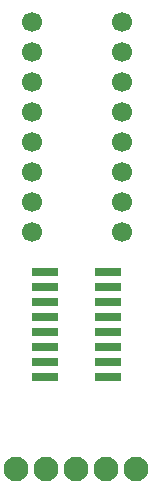
<source format=gbr>
G04 DipTrace 3.0.0.1*
G04 TopMask.gbr*
%MOIN*%
G04 #@! TF.FileFunction,Soldermask,Top*
G04 #@! TF.Part,Single*
%ADD30C,0.082677*%
%ADD31C,0.066929*%
%ADD32R,0.086614X0.031496*%
%FSLAX26Y26*%
G04*
G70*
G90*
G75*
G01*
G04 TopMask*
%LPD*%
D31*
X509580Y2027691D3*
Y1927691D3*
Y1827691D3*
Y1727691D3*
Y1627691D3*
Y1527691D3*
Y1427691D3*
Y1327691D3*
X809580D3*
Y1427691D3*
Y1527691D3*
Y1627691D3*
Y1727691D3*
Y1827691D3*
Y1927691D3*
Y2027691D3*
D32*
X553150Y1191995D3*
Y1141995D3*
Y1091995D3*
Y1041995D3*
Y991995D3*
Y941995D3*
Y891995D3*
Y841995D3*
X765748D3*
Y891995D3*
Y941995D3*
Y991995D3*
Y1041995D3*
Y1091995D3*
Y1141995D3*
Y1191995D3*
D30*
X458005Y537271D3*
X558005D3*
X658005D3*
X758005D3*
X858005D3*
M02*

</source>
